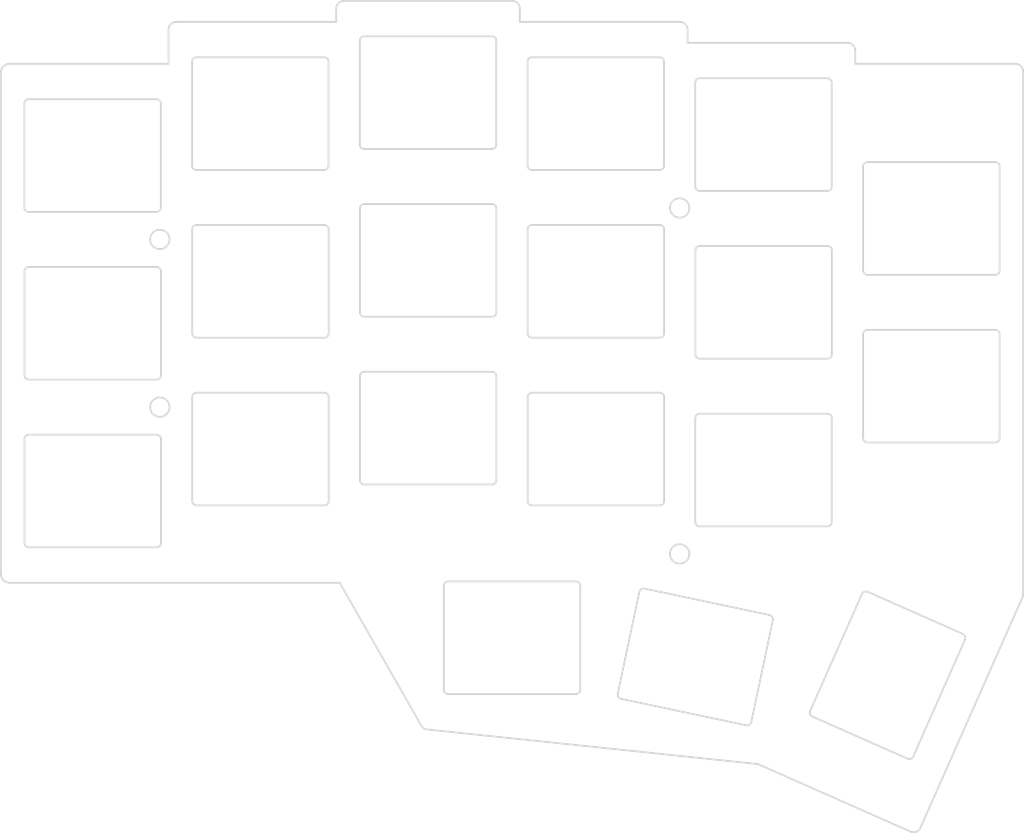
<source format=kicad_pcb>
(kicad_pcb (version 20221018) (generator pcbnew)

  (general
    (thickness 1.6)
  )

  (paper "A4")
  (title_block
    (date "2023-12-04")
  )

  (layers
    (0 "F.Cu" signal)
    (31 "B.Cu" signal)
    (32 "B.Adhes" user "B.Adhesive")
    (33 "F.Adhes" user "F.Adhesive")
    (34 "B.Paste" user)
    (35 "F.Paste" user)
    (36 "B.SilkS" user "B.Silkscreen")
    (37 "F.SilkS" user "F.Silkscreen")
    (38 "B.Mask" user)
    (39 "F.Mask" user)
    (40 "Dwgs.User" user "User.Drawings")
    (41 "Cmts.User" user "User.Comments")
    (42 "Eco1.User" user "User.Eco1")
    (43 "Eco2.User" user "User.Eco2")
    (44 "Edge.Cuts" user)
    (45 "Margin" user)
    (46 "B.CrtYd" user "B.Courtyard")
    (47 "F.CrtYd" user "F.Courtyard")
    (48 "B.Fab" user)
    (49 "F.Fab" user)
  )

  (setup
    (pad_to_mask_clearance 0.2)
    (aux_axis_origin 174 65.7)
    (grid_origin -101.328346 -17.170632)
    (pcbplotparams
      (layerselection 0x00010f0_ffffffff)
      (plot_on_all_layers_selection 0x0000000_00000000)
      (disableapertmacros false)
      (usegerberextensions true)
      (usegerberattributes false)
      (usegerberadvancedattributes false)
      (creategerberjobfile false)
      (dashed_line_dash_ratio 12.000000)
      (dashed_line_gap_ratio 3.000000)
      (svgprecision 6)
      (plotframeref false)
      (viasonmask false)
      (mode 1)
      (useauxorigin false)
      (hpglpennumber 1)
      (hpglpenspeed 20)
      (hpglpendiameter 15.000000)
      (dxfpolygonmode true)
      (dxfimperialunits true)
      (dxfusepcbnewfont true)
      (psnegative false)
      (psa4output false)
      (plotreference true)
      (plotvalue true)
      (plotinvisibletext false)
      (sketchpadsonfab false)
      (subtractmaskfromsilk false)
      (outputformat 1)
      (mirror false)
      (drillshape 0)
      (scaleselection 1)
      (outputdirectory "../../../../../../../Desktop/2020-08-15/jlcpcb/corne-top/")
    )
  )

  (net 0 "")

  (gr_curve (pts (xy -23.647391 -19.346015) (xy -23.566161 -19.277964) (xy -23.485437 -19.186319) (xy -23.426646 -19.073115))
    (stroke (width 0.2) (type solid)) (layer "Edge.Cuts") (tstamp 013138bd-a07b-4f69-b925-a06615e90efc))
  (gr_arc (start -83.637454 1.142234) (mid -83.283901 1.288681) (end -83.137454 1.642234)
    (stroke (width 0.2) (type solid)) (layer "Edge.Cuts") (tstamp 02e7c0fd-cfb6-4021-b8c1-39e47fd32379))
  (gr_arc (start -22.437454 13.548484) (mid -22.291007 13.194931) (end -21.937454 13.048484)
    (stroke (width 0.2) (type solid)) (layer "Edge.Cuts") (tstamp 03fcdc9a-5cd8-4bc8-976b-0fd58a6ade60))
  (gr_curve (pts (xy -23.937766 -19.506396) (xy -23.831657 -19.473167) (xy -23.735679 -19.419979) (xy -23.647391 -19.346015))
    (stroke (width 0.2) (type solid)) (layer "Edge.Cuts") (tstamp 04bcc68e-e060-4271-ac03-283919510c2a))
  (gr_arc (start -28.188394 56.97933) (mid -28.452396 56.702294) (end -28.44318 56.319722)
    (stroke (width 0.2) (type solid)) (layer "Edge.Cuts") (tstamp 056230b1-112d-43fc-b72e-2f85cec4297b))
  (gr_arc (start -98.653346 -17.408004) (mid -98.506899 -17.761557) (end -98.153346 -17.908004)
    (stroke (width 0.2) (type solid)) (layer "Edge.Cuts") (tstamp 067a2c16-01a7-456b-a946-5d6718f8e1b1))
  (gr_arc (start -64.587454 17.810984) (mid -64.233901 17.957431) (end -64.087454 18.310984)
    (stroke (width 0.2) (type solid)) (layer "Edge.Cuts") (tstamp 06a99aab-e947-49ed-b16c-edd41830b0df))
  (gr_arc (start -21.937454 25.848484) (mid -22.291007 25.702037) (end -22.437454 25.348484)
    (stroke (width 0.2) (type solid)) (layer "Edge.Cuts") (tstamp 08f939e2-f71d-4a4e-85c8-db2ff3db3233))
  (gr_arc (start -70.062515 42.123363) (mid -69.916068 41.76981) (end -69.562515 41.623363)
    (stroke (width 0.2) (type solid)) (layer "Edge.Cuts") (tstamp 09568c7e-fb8a-4628-bf25-07df5f3f5b32))
  (gr_arc (start -83.653346 -17.908004) (mid -83.299792 -17.761558) (end -83.153346 -17.408004)
    (stroke (width 0.2) (type solid)) (layer "Edge.Cuts") (tstamp 09a103d2-1836-43ab-b420-2c0e62b74739))
  (gr_curve (pts (xy -72.494656 58.173713) (xy -72.558918 58.099914) (xy -72.603066 58.022656) (xy -72.644369 57.950377))
    (stroke (width 0.2) (type solid)) (layer "Edge.Cuts") (tstamp 09c7571e-35d0-48f0-a217-046e03ddf301))
  (gr_line (start -45.053346 -17.409461) (end -45.053346 -5.609461)
    (stroke (width 0.2) (type solid)) (layer "Edge.Cuts") (tstamp 0aaaf485-725b-47cf-81a8-05a2e85c6b81))
  (gr_line (start -22.437454 13.548484) (end -22.437454 25.348484)
    (stroke (width 0.2) (type solid)) (layer "Edge.Cuts") (tstamp 0b2bfff8-9ca9-464c-89ec-714dc074cfc8))
  (gr_line (start -34.384336 62.369967) (end -17.186286 69.984068)
    (stroke (width 0.2) (type solid)) (layer "Edge.Cuts") (tstamp 0d5a3348-b007-4389-bf4f-3fe9bb6443b8))
  (gr_line (start -41.503346 -3.225) (end -41.503346 -15.025)
    (stroke (width 0.2) (type solid)) (layer "Edge.Cuts") (tstamp 0dc2bcb1-ecc3-4685-a1c0-7297c2d09c53))
  (gr_line (start -82.278346 -23.314276) (end -82.278346 -21.933004)
    (stroke (width 0.2) (type solid)) (layer "Edge.Cuts") (tstamp 10822e78-c8fc-49a7-a73e-74c490716b1c))
  (gr_line (start -102.687457 37.754739) (end -117.187457 37.754739)
    (stroke (width 0.2) (type solid)) (layer "Edge.Cuts") (tstamp 1293b62b-05e5-423d-917b-5aed1ac1e22e))
  (gr_line (start -79.087454 -1.239016) (end -64.587454 -1.239016)
    (stroke (width 0.2) (type solid)) (layer "Edge.Cuts") (tstamp 1523b017-c278-40af-ab44-f4ee6b3b5d70))
  (gr_line (start -16.73892 61.501449) (end -10.868995 48.242716)
    (stroke (width 0.2) (type solid)) (layer "Edge.Cuts") (tstamp 15625772-70d9-4e1f-8009-d6940603096d))
  (gr_line (start -43.378346 -21.934461) (end -61.428346 -21.934461)
    (stroke (width 0.2) (type solid)) (layer "Edge.Cuts") (tstamp 1607ff18-5569-4449-8ede-9ae022fc5dd0))
  (gr_line (start -71.880134 58.448814) (end -34.384336 62.369967)
    (stroke (width 0.2) (type solid)) (layer "Edge.Cuts") (tstamp 169a1c12-ba0e-4231-aaf2-03eba4a50a04))
  (gr_line (start -98.653346 -17.408004) (end -98.653346 -5.608004)
    (stroke (width 0.2) (type solid)) (layer "Edge.Cuts") (tstamp 173d49c8-f534-4d98-8e5e-8fd527b2b413))
  (gr_arc (start -25.988504 15.824005) (mid -26.134951 16.177558) (end -26.488504 16.324005)
    (stroke (width 0.2) (type solid)) (layer "Edge.Cuts") (tstamp 17be72a4-e246-411b-8da7-4c602982c2c4))
  (gr_line (start -28.188394 56.97933) (end -17.398529 61.756235)
    (stroke (width 0.2) (type solid)) (layer "Edge.Cuts") (tstamp 19f67bbd-5a5e-4e60-8fa5-b195440f68ef))
  (gr_arc (start -11.123781 47.583108) (mid -10.859779 47.860144) (end -10.868995 48.242716)
    (stroke (width 0.2) (type solid)) (layer "Edge.Cuts") (tstamp 1af49013-c5c9-475a-82df-d56e03e56c7c))
  (gr_arc (start -60.540218 1.636757) (mid -60.393771 1.283204) (end -60.040218 1.136757)
    (stroke (width 0.2) (type solid)) (layer "Edge.Cuts") (tstamp 1b52de19-a23f-4490-b9ed-ef965eb3cdce))
  (gr_line (start -79.087454 17.810984) (end -64.587454 17.810984)
    (stroke (width 0.2) (type solid)) (layer "Edge.Cuts") (tstamp 1e02d2e2-c7f9-4d06-881e-5ddf722ad642))
  (gr_curve (pts (xy -23.342835 -18.814915) (xy -23.328346 -18.722579) (xy -23.328346 -18.634824) (xy -23.328346 -18.55))
    (stroke (width 0.2) (type solid)) (layer "Edge.Cuts") (tstamp 1eb7f74c-17c7-47d4-ae27-66bc46eb2421))
  (gr_line (start -23.328346 -17.16875) (end -23.328346 -18.55)
    (stroke (width 0.2) (type solid)) (layer "Edge.Cuts") (tstamp 1eef421e-0070-4420-87c3-bba1ac182f7e))
  (gr_line (start -102.187456 18.204736) (end -102.187456 6.404736)
    (stroke (width 0.2) (type solid)) (layer "Edge.Cuts") (tstamp 20d3688a-e5c4-4062-8854-3f2d773db0f9))
  (gr_line (start -60.553346 -5.609461) (end -60.553346 -17.409461)
    (stroke (width 0.2) (type solid)) (layer "Edge.Cuts") (tstamp 22516739-d63f-46ba-8190-6de10405b871))
  (gr_line (start -98.637456 32.492236) (end -98.637456 20.692236)
    (stroke (width 0.2) (type solid)) (layer "Edge.Cuts") (tstamp 23496b14-5e0a-4d1b-969a-cb0db4780caa))
  (gr_curve (pts (xy -100.851461 -21.834704) (xy -100.758397 -21.883036) (xy -100.670244 -21.906435) (xy -100.593261 -21.918515))
    (stroke (width 0.2) (type solid)) (layer "Edge.Cuts") (tstamp 23534cf5-abda-48c5-9285-c12f45b3f5fd))
  (gr_circle (center -102.317454 2.779733) (end -101.217454 2.779733)
    (stroke (width 0.2) (type solid)) (fill none) (layer "Edge.Cuts") (tstamp 24ae897b-56fb-435d-9c6e-fd64c6b2f88d))
  (gr_arc (start -102.187457 37.254739) (mid -102.333904 37.608292) (end -102.687457 37.754739)
    (stroke (width 0.2) (type solid)) (layer "Edge.Cuts") (tstamp 25e953df-faf0-4136-8063-9d200147f8c1))
  (gr_arc (start -102.687456 5.904736) (mid -102.333903 6.051183) (end -102.187456 6.404736)
    (stroke (width 0.2) (type solid)) (layer "Edge.Cuts") (tstamp 28b7e113-994a-4cfb-8463-8b149e19f22a))
  (gr_line (start -45.037515 32.492232) (end -45.037515 20.692232)
    (stroke (width 0.2) (type solid)) (layer "Edge.Cuts") (tstamp 2b233c9d-9ef8-4611-9a17-cd2cca59be45))
  (gr_line (start -83.137456 20.692236) (end -83.137456 32.492236)
    (stroke (width 0.2) (type solid)) (layer "Edge.Cuts") (tstamp 2e20694e-1cfb-43a7-b4c8-21f56027b725))
  (gr_curve (pts (xy -16.938184 70.078065) (xy -17.02848 70.053933) (xy -17.108723 70.018407) (xy -17.186286 69.984068))
    (stroke (width 0.2) (type solid)) (layer "Edge.Cuts") (tstamp 2ec641cd-5eb9-498c-951a-22b4f79c976e))
  (gr_line (start -83.153346 -5.608004) (end -83.153346 -17.408004)
    (stroke (width 0.2) (type solid)) (layer "Edge.Cuts") (tstamp 2f200841-7040-4c95-9687-7b46dccd0981))
  (gr_line (start -15.867064 69.474505) (end -4.34811 43.456521)
    (stroke (width 0.2) (type solid)) (layer "Edge.Cuts") (tstamp 2fb202ed-7517-414e-9171-e0ea0e76e12c))
  (gr_arc (start -60.037515 32.992232) (mid -60.391068 32.845785) (end -60.537515 32.492232)
    (stroke (width 0.2) (type solid)) (layer "Edge.Cuts") (tstamp 2fd1a06c-9932-4e0f-b643-5690bbf9be9b))
  (gr_arc (start -45.040218 13.436757) (mid -45.186665 13.79031) (end -45.540218 13.936757)
    (stroke (width 0.2) (type solid)) (layer "Edge.Cuts") (tstamp 30d98085-100e-4f2b-803e-4a99a99c0fe7))
  (gr_line (start -60.037515 32.992232) (end -45.537515 32.992232)
    (stroke (width 0.2) (type solid)) (layer "Edge.Cuts") (tstamp 30ee27a1-5aed-4aa0-901f-e3e51c177ef8))
  (gr_line (start -60.053346 -17.909461) (end -45.553346 -17.909461)
    (stroke (width 0.2) (type solid)) (layer "Edge.Cuts") (tstamp 3276e9aa-5e7b-49cb-a8e0-2a9e17420fc3))
  (gr_line (start -119.370401 -17.170521) (end -101.328346 -17.170632)
    (stroke (width 0.2) (type solid)) (layer "Edge.Cuts") (tstamp 33420ade-a4ed-409b-ae21-ba104a298331))
  (gr_curve (pts (xy -4.581548 -16.964765) (xy -4.500318 -16.896714) (xy -4.419594 -16.805069) (xy -4.360803 -16.691865))
    (stroke (width 0.2) (type solid)) (layer "Edge.Cuts") (tstamp 343c81f6-bdeb-4bec-af6d-917a1a19d59c))
  (gr_line (start -117.187456 18.704736) (end -102.687456 18.704736)
    (stroke (width 0.2) (type solid)) (layer "Edge.Cuts") (tstamp 346c9980-5fc8-40af-9ef7-499fb4483ef5))
  (gr_curve (pts (xy -42.392835 -21.199376) (xy -42.378346 -21.10704) (xy -42.378346 -21.019285) (xy -42.378346 -20.934461))
    (stroke (width 0.2) (type solid)) (layer "Edge.Cuts") (tstamp 35a78bbe-38d7-4dab-85e3-c7aef4901f08))
  (gr_arc (start -54.562515 53.923363) (mid -54.708962 54.276916) (end -55.062515 54.423363)
    (stroke (width 0.2) (type solid)) (layer "Edge.Cuts") (tstamp 36bfcef6-153f-4114-8546-d48ff502e92b))
  (gr_line (start -42.378346 -19.55) (end -42.378346 -20.934461)
    (stroke (width 0.2) (type solid)) (layer "Edge.Cuts") (tstamp 36d83389-91a9-4ee1-a524-e5fba7332450))
  (gr_line (start -102.687456 5.904736) (end -117.187456 5.904736)
    (stroke (width 0.2) (type solid)) (layer "Edge.Cuts") (tstamp 37f5307c-d151-4f7b-b9ed-a84b5a4d3a45))
  (gr_arc (start -117.687457 25.454739) (mid -117.54101 25.101186) (end -117.187457 24.954739)
    (stroke (width 0.2) (type solid)) (layer "Edge.Cuts") (tstamp 3893d005-9a0a-445a-be16-a23e877bdb74))
  (gr_curve (pts (xy -101.284742 -21.323584) (xy -101.251513 -21.429692) (xy -101.198325 -21.52567) (xy -101.124361 -21.613959))
    (stroke (width 0.2) (type solid)) (layer "Edge.Cuts") (tstamp 38ab811d-d23d-4bfc-8d44-7516983b502c))
  (gr_curve (pts (xy -4.360803 -16.691865) (xy -4.312471 -16.598801) (xy -4.289072 -16.510648) (xy -4.276992 -16.433665))
    (stroke (width 0.2) (type solid)) (layer "Edge.Cuts") (tstamp 3969b5ca-dbba-4f86-8bca-685466109488))
  (gr_line (start -117.687457 37.254739) (end -117.687457 25.454739)
    (stroke (width 0.2) (type solid)) (layer "Edge.Cuts") (tstamp 3ab2ad15-b572-4bb6-8c82-8b128c24fb6c))
  (gr_line (start -21.937454 25.848484) (end -7.437454 25.848484)
    (stroke (width 0.2) (type solid)) (layer "Edge.Cuts") (tstamp 3abcb718-86c7-4c7d-a996-ce114da0ad83))
  (gr_line (start -98.153346 -5.108004) (end -83.653346 -5.108004)
    (stroke (width 0.2) (type solid)) (layer "Edge.Cuts") (tstamp 3be770e2-6ee6-4a03-bdf2-a4449fa06ac6))
  (gr_line (start -47.267042 42.438593) (end -33.080752 45.438458)
    (stroke (width 0.2) (type solid)) (layer "Edge.Cuts") (tstamp 3f97fd70-5ebb-4c26-9f8d-076e73748171))
  (gr_line (start -26.488504 16.324005) (end -40.988504 16.324005)
    (stroke (width 0.2) (type solid)) (layer "Edge.Cuts") (tstamp 3feb727c-50e8-40a8-9cff-6edb877a8531))
  (gr_arc (start -6.937454 25.348484) (mid -7.083901 25.702037) (end -7.437454 25.848484)
    (stroke (width 0.2) (type solid)) (layer "Edge.Cuts") (tstamp 40f9875c-b20a-46ca-b50f-e2a20784703f))
  (gr_curve (pts (xy -4.262502 43.051692) (xy -4.262502 43.114725) (xy -4.262502 43.181926) (xy -4.278945 43.259681))
    (stroke (width 0.2) (type solid)) (layer "Edge.Cuts") (tstamp 4130d188-2d8b-4df6-ad71-155054346348))
  (gr_arc (start -64.103346 -7.989276) (mid -64.249792 -7.635722) (end -64.603346 -7.489276)
    (stroke (width 0.2) (type solid)) (layer "Edge.Cuts") (tstamp 42de569d-c2b8-4223-8ca8-fe70d06145eb))
  (gr_arc (start -26.003346 34.873363) (mid -26.149793 35.226916) (end -26.503346 35.373363)
    (stroke (width 0.2) (type solid)) (layer "Edge.Cuts") (tstamp 474d0979-388f-4960-bec7-f821ea35b25f))
  (gr_line (start -120.370401 -16.170521) (end -120.370397 40.779737)
    (stroke (width 0.2) (type solid)) (layer "Edge.Cuts") (tstamp 47dd6c55-a613-460e-ab12-ff2cceba39d4))
  (gr_line (start -60.540218 1.636757) (end -60.540218 13.436757)
    (stroke (width 0.2) (type solid)) (layer "Edge.Cuts") (tstamp 482c28dd-dd4c-4209-a674-89d3a4af1310))
  (gr_line (start -64.603346 -20.289276) (end -79.103346 -20.289276)
    (stroke (width 0.2) (type solid)) (layer "Edge.Cuts") (tstamp 4b99bb73-3036-4ddb-93d7-eba21111f546))
  (gr_arc (start -26.003346 -3.225) (mid -26.149792 -2.871446) (end -26.503346 -2.725)
    (stroke (width 0.2) (type solid)) (layer "Edge.Cuts") (tstamp 4d5e624d-86b3-42c6-826c-99fb94f63789))
  (gr_arc (start -22.573255 43.060989) (mid -22.296218 42.796986) (end -21.913646 42.806203)
    (stroke (width 0.2) (type solid)) (layer "Edge.Cuts") (tstamp 4d6f83a4-faa6-4e46-9315-879381ac1e71))
  (gr_circle (center -102.317454 21.829734) (end -101.217454 21.829734)
    (stroke (width 0.2) (type solid)) (fill none) (layer "Edge.Cuts") (tstamp 4e497db4-af37-4fd3-a1e1-32195f72fd13))
  (gr_arc (start -26.503346 -15.525) (mid -26.149793 -15.378553) (end -26.003346 -15.025)
    (stroke (width 0.2) (type solid)) (layer "Edge.Cuts") (tstamp 539641c6-224a-4140-a8ae-28ccf8b9474b))
  (gr_curve (pts (xy -62.428346 -24.314276) (xy -62.306843 -24.314276) (xy -62.177007 -24.314276) (xy -62.037766 -24.270672))
    (stroke (width 0.2) (type solid)) (layer "Edge.Cuts") (tstamp 54382cf9-e327-4549-bc57-a1618ceb9de3))
  (gr_curve (pts (xy -82.278346 -23.314276) (xy -82.278346 -23.435778) (xy -82.278346 -23.565614) (xy -82.234742 -23.704855))
    (stroke (width 0.2) (type solid)) (layer "Edge.Cuts") (tstamp 568bef73-a6da-4ebc-b842-79eb2c3f793c))
  (gr_arc (start -45.537515 20.192232) (mid -45.183962 20.338679) (end -45.037515 20.692232)
    (stroke (width 0.2) (type solid)) (layer "Edge.Cuts") (tstamp 57f9c6ac-873c-4b1a-8d6e-a1174b909f63))
  (gr_line (start -22.437454 -5.501516) (end -22.437454 6.298484)
    (stroke (width 0.2) (type solid)) (layer "Edge.Cuts") (tstamp 58246735-ee96-4c30-a0fe-91b35dbcac22))
  (gr_arc (start -21.937454 6.798484) (mid -22.291007 6.652037) (end -22.437454 6.298484)
    (stroke (width 0.2) (type solid)) (layer "Edge.Cuts") (tstamp 5852148a-ce4a-49e0-82ab-64631e0b3a46))
  (gr_curve (pts (xy -4.278945 43.259681) (xy -4.295387 43.337436) (xy -4.322593 43.398884) (xy -4.34811 43.456521))
    (stroke (width 0.2) (type solid)) (layer "Edge.Cuts") (tstamp 58e3f1bb-fd80-486d-9fa0-2ce94c82c01d))
  (gr_curve (pts (xy -42.697391 -21.730476) (xy -42.616161 -21.662426) (xy -42.535437 -21.57078) (xy -42.476646 -21.457576))
    (stroke (width 0.2) (type solid)) (layer "Edge.Cuts") (tstamp 58ea657f-0e78-4dec-966c-2323dab3bfc8))
  (gr_line (start -64.087454 18.310984) (end -64.087454 30.110984)
    (stroke (width 0.2) (type solid)) (layer "Edge.Cuts") (tstamp 5a45527a-15b0-476a-a245-80b40e306dc2))
  (gr_line (start -41.003346 -15.525) (end -26.503346 -15.525)
    (stroke (width 0.2) (type solid)) (layer "Edge.Cuts") (tstamp 5db91697-d3db-44eb-b437-25456573e181))
  (gr_curve (pts (xy -100.593261 -21.918515) (xy -100.500925 -21.933004) (xy -100.41317 -21.933004) (xy -100.328346 -21.933004))
    (stroke (width 0.2) (type solid)) (layer "Edge.Cuts") (tstamp 5eea7b50-c0cb-4f85-97ad-4781f1d82bba))
  (gr_line (start -26.503346 -2.725) (end -41.003346 -2.725)
    (stroke (width 0.2) (type solid)) (layer "Edge.Cuts") (tstamp 61275b08-8620-4d80-92e7-1d9fc3ac02b5))
  (gr_arc (start -60.053346 -5.109461) (mid -60.406899 -5.255908) (end -60.553346 -5.609461)
    (stroke (width 0.2) (type solid)) (layer "Edge.Cuts") (tstamp 62978957-b5d2-4281-b78d-6e90da73981d))
  (gr_arc (start -60.537515 20.692232) (mid -60.391068 20.338679) (end -60.037515 20.192232)
    (stroke (width 0.2) (type solid)) (layer "Edge.Cuts") (tstamp 62f01930-2b54-4433-8e61-f780f811cc6c))
  (gr_curve (pts (xy -16.668158 70.105955) (xy -16.772821 70.112475) (xy -16.862901 70.098184) (xy -16.938184 70.078065))
    (stroke (width 0.2) (type solid)) (layer "Edge.Cuts") (tstamp 639a303b-f59c-4d5c-96c0-e443b8693c80))
  (gr_line (start -50.300938 54.369036) (end -47.859668 42.824332)
    (stroke (width 0.2) (type solid)) (layer "Edge.Cuts") (tstamp 64feca16-e906-496b-a6b3-6f07b7543fd7))
  (gr_line (start -54.562515 42.123363) (end -54.562515 53.923363)
    (stroke (width 0.2) (type solid)) (layer "Edge.Cuts") (tstamp 65df47b4-ac1e-4bf3-81a0-3864ab3401ba))
  (gr_arc (start -83.153346 -5.608004) (mid -83.299793 -5.254451) (end -83.653346 -5.108004)
    (stroke (width 0.2) (type solid)) (layer "Edge.Cuts") (tstamp 662d38aa-ca28-44ad-b9d4-06e13439520b))
  (gr_arc (start -22.437454 -5.501516) (mid -22.291007 -5.855069) (end -21.937454 -6.001516)
    (stroke (width 0.2) (type solid)) (layer "Edge.Cuts") (tstamp 666525c4-fadf-409b-96eb-101d79fb86d5))
  (gr_line (start -64.587454 30.610984) (end -79.087454 30.610984)
    (stroke (width 0.2) (type solid)) (layer "Edge.Cuts") (tstamp 68053bfd-6dab-44ca-999d-3a115ef11776))
  (gr_curve (pts (xy -61.747391 -24.110291) (xy -61.666161 -24.04224) (xy -61.585437 -23.950595) (xy -61.526646 -23.837391))
    (stroke (width 0.2) (type solid)) (layer "Edge.Cuts") (tstamp 696d3fdd-a4d4-48d3-9e67-32cb6acc250e))
  (gr_curve (pts (xy -16.329257 70.014586) (xy -16.424365 70.061313) (xy -16.540845 70.098025) (xy -16.668158 70.105955))
    (stroke (width 0.2) (type solid)) (layer "Edge.Cuts") (tstamp 6aec57fc-9433-47e5-a07a-ee6993e1fa89))
  (gr_curve (pts (xy -101.328346 -20.933004) (xy -101.328346 -21.054507) (xy -101.328346 -21.184343) (xy -101.284742 -21.323584))
    (stroke (width 0.2) (type solid)) (layer "Edge.Cuts") (tstamp 6c649f7d-38c3-4623-816b-0b6c58a280e4))
  (gr_line (start -6.937454 25.348484) (end -6.937454 13.548484)
    (stroke (width 0.2) (type solid)) (layer "Edge.Cuts") (tstamp 6fb0ced7-acb8-4d57-923d-8701dc707959))
  (gr_arc (start -120.370401 -16.170521) (mid -120.077507 -16.877627) (end -119.370401 -17.170521)
    (stroke (width 0.2) (type solid)) (layer "Edge.Cuts") (tstamp 701c0624-d296-4a67-a025-c45bd589e357))
  (gr_curve (pts (xy -82.234742 -23.704855) (xy -82.201513 -23.810964) (xy -82.148325 -23.906942) (xy -82.074361 -23.99523))
    (stroke (width 0.2) (type solid)) (layer "Edge.Cuts") (tstamp 70a474bb-914e-4989-8f71-ae302040d55e))
  (gr_arc (start -102.687457 24.954739) (mid -102.333903 25.101185) (end -102.187457 25.454739)
    (stroke (width 0.2) (type solid)) (layer "Edge.Cuts") (tstamp 70cd3bc0-83a1-429f-857b-8161474692e5))
  (gr_line (start -7.437454 -6.001516) (end -21.937454 -6.001516)
    (stroke (width 0.2) (type solid)) (layer "Edge.Cuts") (tstamp 746268ed-d0f8-4195-8d30-a3112590a622))
  (gr_arc (start -45.037515 32.492232) (mid -45.183961 32.845786) (end -45.537515 32.992232)
    (stroke (width 0.2) (type solid)) (layer "Edge.Cuts") (tstamp 78455f69-1e84-459d-88dc-d50e3271de7b))
  (gr_arc (start -117.687456 6.404736) (mid -117.541009 6.051183) (end -117.187456 5.904736)
    (stroke (width 0.2) (type solid)) (layer "Edge.Cuts") (tstamp 7966facf-bb09-4a58-b790-24abc893a20c))
  (gr_line (start -83.637456 32.992236) (end -98.137456 32.992236)
    (stroke (width 0.2) (type solid)) (layer "Edge.Cuts") (tstamp 7ad855ac-c40c-413f-9975-cd1b5add8256))
  (gr_curve (pts (xy -43.378346 -21.934461) (xy -43.256843 -21.934461) (xy -43.127007 -21.934461) (xy -42.987766 -21.890857))
    (stroke (width 0.2) (type solid)) (layer "Edge.Cuts") (tstamp 7e853a9a-aa4e-41cd-a113-7014a6a181bb))
  (gr_line (start -41.503346 34.873363) (end -41.503346 23.073363)
    (stroke (width 0.2) (type solid)) (layer "Edge.Cuts") (tstamp 8048cc99-0e64-40d9-a83a-baadc24591e5))
  (gr_line (start -45.537515 20.192232) (end -60.037515 20.192232)
    (stroke (width 0.2) (type solid)) (layer "Edge.Cuts") (tstamp 82e146b5-0f2b-4e37-be75-911b00c273e9))
  (gr_line (start -117.703346 -12.645661) (end -117.703346 -0.845661)
    (stroke (width 0.2) (type solid)) (layer "Edge.Cuts") (tstamp 83138974-bd5f-4fcb-9f2f-db1ed3c5ae96))
  (gr_arc (start -83.137456 32.492236) (mid -83.283902 32.84579) (end -83.637456 32.992236)
    (stroke (width 0.2) (type solid)) (layer "Edge.Cuts") (tstamp 837a8ee3-1654-40ec-961c-b87717e74220))
  (gr_line (start -83.137454 13.442234) (end -83.137454 1.642234)
    (stroke (width 0.2) (type solid)) (layer "Edge.Cuts") (tstamp 86f0f05c-8e12-4147-b4aa-b6eaebc9d9be))
  (gr_line (start -98.637454 1.642234) (end -98.637454 13.442234)
    (stroke (width 0.2) (type solid)) (layer "Edge.Cuts") (tstamp 8762055e-8bfd-4613-9718-9a5fb87e81cb))
  (gr_curve (pts (xy -15.867064 69.474505) (xy -15.916252 69.585606) (xy -15.968813 69.704327) (xy -16.065053 69.813996))
    (stroke (width 0.2) (type solid)) (layer "Edge.Cuts") (tstamp 87d576c9-6e32-4384-b209-4242d617159d))
  (gr_curve (pts (xy -101.124361 -21.613959) (xy -101.05631 -21.695189) (xy -100.964665 -21.775913) (xy -100.851461 -21.834704))
    (stroke (width 0.2) (type solid)) (layer "Edge.Cuts") (tstamp 89045f02-020b-4af1-9fd4-7bce95951d05))
  (gr_line (start -98.137454 13.942234) (end -83.637454 13.942234)
    (stroke (width 0.2) (type solid)) (layer "Edge.Cuts") (tstamp 89d6c2d5-c27d-4666-8ed5-dc9cce973c2e))
  (gr_line (start -117.687456 6.404736) (end -117.687456 18.204736)
    (stroke (width 0.2) (type solid)) (layer "Edge.Cuts") (tstamp 8bb8c13c-dee7-4738-86ad-4d04b0b75668))
  (gr_line (start -35.728909 57.961528) (end -49.915199 54.961662)
    (stroke (width 0.2) (type solid)) (layer "Edge.Cuts") (tstamp 8d7421b3-e708-4e69-b721-38202ff40594))
  (gr_arc (start -102.703346 -13.145661) (mid -102.349792 -12.999215) (end -102.203346 -12.645661)
    (stroke (width 0.2) (type solid)) (layer "Edge.Cuts") (tstamp 8d91789f-c93e-43d1-9dbf-67744c029412))
  (gr_arc (start -117.187457 37.754739) (mid -117.54101 37.608292) (end -117.687457 37.254739)
    (stroke (width 0.2) (type solid)) (layer "Edge.Cuts") (tstamp 8f5cc0c1-8037-474c-95fb-9ff3480929e2))
  (gr_arc (start -45.053346 -5.609461) (mid -45.199792 -5.255907) (end -45.553346 -5.109461)
    (stroke (width 0.2) (type solid)) (layer "Edge.Cuts") (tstamp 8f993e30-c54f-44a4-b2d8-f4fa3db9f9d0))
  (gr_arc (start -64.603346 -20.289276) (mid -64.249793 -20.142829) (end -64.103346 -19.789276)
    (stroke (width 0.2) (type solid)) (layer "Edge.Cuts") (tstamp 8fce58d6-51d1-4b68-ac85-d201f9252008))
  (gr_line (start -117.203346 -0.345661) (end -102.703346 -0.345661)
    (stroke (width 0.2) (type solid)) (layer "Edge.Cuts") (tstamp 8ff56ac4-0f08-407f-aaf4-b086aa72c306))
  (gr_line (start -21.937454 6.798484) (end -7.437454 6.798484)
    (stroke (width 0.2) (type solid)) (layer "Edge.Cuts") (tstamp 9088a818-6fd5-4a55-878c-8cad0e932aab))
  (gr_arc (start -6.937454 6.298484) (mid -7.083901 6.652037) (end -7.437454 6.798484)
    (stroke (width 0.2) (type solid)) (layer "Edge.Cuts") (tstamp 914ea301-ab1f-4cef-903c-46a4c16d4d84))
  (gr_arc (start -83.137454 13.442234) (mid -83.283901 13.795787) (end -83.637454 13.942234)
    (stroke (width 0.2) (type solid)) (layer "Edge.Cuts") (tstamp 926fe270-c487-430d-9a67-6f14c0ac123f))
  (gr_circle (center -43.271782 -0.794121) (end -42.171782 -0.794121)
    (stroke (width 0.2) (type solid)) (fill none) (layer "Edge.Cuts") (tstamp 92751dc3-8e40-4226-876d-99de7e3abfea))
  (gr_line (start -40.988504 3.524005) (end -26.488504 3.524005)
    (stroke (width 0.2) (type solid)) (layer "Edge.Cuts") (tstamp 94586e0d-d47d-4cfe-b0bc-7eb9e449589f))
  (gr_arc (start -79.587454 -0.739016) (mid -79.441007 -1.092569) (end -79.087454 -1.239016)
    (stroke (width 0.2) (type solid)) (layer "Edge.Cuts") (tstamp 94a6f5a8-0576-454f-a102-fc499384a5c7))
  (gr_arc (start -60.553346 -17.409461) (mid -60.406899 -17.763014) (end -60.053346 -17.909461)
    (stroke (width 0.2) (type solid)) (layer "Edge.Cuts") (tstamp 94cad223-5e86-46db-84b7-9fd34fd31d4d))
  (gr_arc (start -41.503346 23.073363) (mid -41.356899 22.71981) (end -41.003346 22.573363)
    (stroke (width 0.2) (type solid)) (layer "Edge.Cuts") (tstamp 9516d1c0-2184-45ff-aa8d-385fee98d83f))
  (gr_arc (start -117.203346 -0.345661) (mid -117.556899 -0.492108) (end -117.703346 -0.845661)
    (stroke (width 0.2) (type solid)) (layer "Edge.Cuts") (tstamp 95cb68c6-2d64-4c7f-aaf0-ab13d368f13c))
  (gr_line (start -45.540218 1.136757) (end -60.040218 1.136757)
    (stroke (width 0.2) (type solid)) (layer "Edge.Cuts") (tstamp 95de190f-972d-485d-8551-a23c271ca0fc))
  (gr_line (start -102.203346 -0.845661) (end -102.203346 -12.645661)
    (stroke (width 0.2) (type solid)) (layer "Edge.Cuts") (tstamp 95e31646-2839-4cad-9309-a822bcc0ce1a))
  (gr_arc (start -79.603346 -19.789276) (mid -79.456899 -20.142829) (end -79.103346 -20.289276)
    (stroke (width 0.2) (type solid)) (layer "Edge.Cuts") (tstamp 964e7cef-e472-429f-9276-dfb74ab228a3))
  (gr_arc (start -79.103346 -7.489276) (mid -79.456899 -7.635723) (end -79.603346 -7.989276)
    (stroke (width 0.2) (type solid)) (layer "Edge.Cuts") (tstamp 966a1b74-e642-45cd-a915-2d957764f25d))
  (gr_arc (start -45.553346 -17.909461) (mid -45.199793 -17.763014) (end -45.053346 -17.409461)
    (stroke (width 0.2) (type solid)) (layer "Edge.Cuts") (tstamp 96e566b7-0f70-4a5e-a11a-b7dc56dc394e))
  (gr_curve (pts (xy -82.074361 -23.99523) (xy -82.00631 -24.07646) (xy -81.914665 -24.157184) (xy -81.801461 -24.215975))
    (stroke (width 0.2) (type solid)) (layer "Edge.Cuts") (tstamp 9981307f-e63c-4523-a911-d749c7369bd7))
  (gr_line (start -5.262502 -17.16875) (end -23.328346 -17.16875)
    (stroke (width 0.2) (type solid)) (layer "Edge.Cuts") (tstamp 99af9178-e239-46b3-826a-917b89a3f71c))
  (gr_arc (start -102.187456 18.204736) (mid -102.333903 18.558289) (end -102.687456 18.704736)
    (stroke (width 0.2) (type solid)) (layer "Edge.Cuts") (tstamp 9bfca4ce-358a-40df-9a0a-0974fff6b26d))
  (gr_line (start -64.103346 -7.989276) (end -64.103346 -19.789276)
    (stroke (width 0.2) (type solid)) (layer "Edge.Cuts") (tstamp 9d2039d0-2ff1-491e-868a-5097620e92d9))
  (gr_line (start -6.937454 6.298484) (end -6.937454 -5.501516)
    (stroke (width 0.2) (type solid)) (layer "Edge.Cuts") (tstamp 9e1e6aaa-36ff-4d61-a7b9-1bd27f80f557))
  (gr_arc (start -26.488504 3.524005) (mid -26.13495 3.670451) (end -25.988504 4.024005)
    (stroke (width 0.2) (type solid)) (layer "Edge.Cuts") (tstamp 9f7bc930-3abc-4452-af34-a56d2ec0b77d))
  (gr_line (start -60.040218 13.936757) (end -45.540218 13.936757)
    (stroke (width 0.2) (type solid)) (layer "Edge.Cuts") (tstamp a012b15b-6d87-4c9d-bfb4-4d74eebaf46f))
  (gr_arc (start -41.003346 35.373363) (mid -41.356899 35.226916) (end -41.503346 34.873363)
    (stroke (width 0.2) (type solid)) (layer "Edge.Cuts") (tstamp a09cd45c-5a34-4230-91ca-3c4319c8a1ae))
  (gr_line (start -26.003346 23.073363) (end -26.003346 34.873363)
    (stroke (width 0.2) (type solid)) (layer "Edge.Cuts") (tstamp a395c112-7947-4267-86e0-0031827fd93f))
  (gr_line (start -69.562515 41.623363) (end -55.062515 41.623363)
    (stroke (width 0.2) (type solid)) (layer "Edge.Cuts") (tstamp a3d5f26b-40e7-4735-b90e-145fdd50cf9d))
  (gr_line (start -45.040218 13.436757) (end -45.040218 1.636757)
    (stroke (width 0.2) (type solid)) (layer "Edge.Cuts") (tstamp a614137f-77f7-41d3-aa61-73da09a8e77b))
  (gr_line (start -102.703346 -13.145661) (end -117.203346 -13.145661)
    (stroke (width 0.2) (type solid)) (layer "Edge.Cuts") (tstamp a63af331-0ae6-40e6-aebd-f0f5ab0175f7))
  (gr_curve (pts (xy -62.037766 -24.270672) (xy -61.931657 -24.237443) (xy -61.835679 -24.184255) (xy -61.747391 -24.110291))
    (stroke (width 0.2) (type solid)) (layer "Edge.Cuts") (tstamp a6c6f6de-4896-4e27-ad8e-10c27eff51fc))
  (gr_arc (start -98.137456 32.992236) (mid -98.491009 32.845789) (end -98.637456 32.492236)
    (stroke (width 0.2) (type solid)) (layer "Edge.Cuts") (tstamp a718b7c3-c29a-468c-9276-f6663fff6000))
  (gr_arc (start -41.003346 -2.725) (mid -41.356899 -2.871447) (end -41.503346 -3.225)
    (stroke (width 0.2) (type solid)) (layer "Edge.Cuts") (tstamp a841bdf3-0400-453a-aaa4-c4456bb8d649))
  (gr_curve (pts (xy -61.526646 -23.837391) (xy -61.478314 -23.744327) (xy -61.454915 -23.656174) (xy -61.442835 -23.579191))
    (stroke (width 0.2) (type solid)) (layer "Edge.Cuts") (tstamp ab6e194f-bb4f-4427-9414-aba76bb9e4e6))
  (gr_arc (start -79.587454 18.310984) (mid -79.441007 17.957431) (end -79.087454 17.810984)
    (stroke (width 0.2) (type solid)) (layer "Edge.Cuts") (tstamp ac11b936-fdf4-4d8d-a3f1-0d0576ef01d4))
  (gr_line (start -25.988504 4.024005) (end -25.988504 15.824005)
    (stroke (width 0.2) (type solid)) (layer "Edge.Cuts") (tstamp ad4d6161-c4e3-4a1c-a727-235e5fc333aa))
  (gr_curve (pts (xy -23.426646 -19.073115) (xy -23.378314 -18.980051) (xy -23.354915 -18.891898) (xy -23.342835 -18.814915))
    (stroke (width 0.2) (type solid)) (layer "Edge.Cuts") (tstamp afa60578-e291-4ec8-ac8d-d552933ad48e))
  (gr_curve (pts (xy -71.880134 58.448814) (xy -71.995575 58.436742) (xy -72.128245 58.422868) (xy -72.26615 58.352736))
    (stroke (width 0.2) (type solid)) (layer "Edge.Cuts") (tstamp b0e58c18-07b7-4090-a93b-8daaa5bdcb58))
  (gr_curve (pts (xy -81.801461 -24.215975) (xy -81.708397 -24.264307) (xy -81.620244 -24.287706) (xy -81.543261 -24.299786))
    (stroke (width 0.2) (type solid)) (layer "Edge.Cuts") (tstamp b128eac5-0efa-4e2e-8874-9ffe0a2f3e36))
  (gr_line (start -98.137456 20.192236) (end -83.637456 20.192236)
    (stroke (width 0.2) (type solid)) (layer "Edge.Cuts") (tstamp b1f3e6d5-0308-4fd9-945f-29525287cd64))
  (gr_arc (start -98.137454 13.942234) (mid -98.491007 13.795787) (end -98.637454 13.442234)
    (stroke (width 0.2) (type solid)) (layer "Edge.Cuts") (tstamp b33b5848-31f0-4e9c-afe7-b5b2f03709bc))
  (gr_line (start -64.087454 -0.739016) (end -64.087454 11.060984)
    (stroke (width 0.2) (type solid)) (layer "Edge.Cuts") (tstamp b3e62311-ec36-4586-bd95-c8c47343b6c7))
  (gr_arc (start -35.136283 57.575789) (mid -35.352707 57.891395) (end -35.728909 57.961528)
    (stroke (width 0.2) (type solid)) (layer "Edge.Cuts") (tstamp b726126d-33fd-4045-9e12-de07104e247d))
  (gr_line (start -79.603346 -19.789276) (end -79.603346 -7.989276)
    (stroke (width 0.2) (type solid)) (layer "Edge.Cuts") (tstamp b78fe90a-abb2-4193-b908-5b36916306b0))
  (gr_line (start -60.537515 20.692232) (end -60.537515 32.492232)
    (stroke (width 0.2) (type solid)) (layer "Edge.Cuts") (tstamp b7be7a7b-8131-4e8b-a834-4949488b568b))
  (gr_line (start -117.187457 24.954739) (end -102.687457 24.954739)
    (stroke (width 0.2) (type solid)) (layer "Edge.Cuts") (tstamp b8853994-42d0-428a-98d9-e1137c94985b))
  (gr_arc (start -47.859668 42.824332) (mid -47.643244 42.508725) (end -47.267042 42.438593)
    (stroke (width 0.2) (type solid)) (layer "Edge.Cuts") (tstamp b8ab9f08-2c0f-4149-b316-7fd4418af89b))
  (gr_arc (start -83.637456 20.192236) (mid -83.283903 20.338683) (end -83.137456 20.692236)
    (stroke (width 0.2) (type solid)) (layer "Edge.Cuts") (tstamp bb620698-a281-4987-9ba1-a95aad6da518))
  (gr_curve (pts (xy -5.262502 -17.16875) (xy -5.141 -17.16875) (xy -5.011164 -17.16875) (xy -4.871923 -17.125146))
    (stroke (width 0.2) (type solid)) (layer "Edge.Cuts") (tstamp bd381829-3816-4bd7-9beb-91c24f1ca76f))
  (gr_line (start -61.428346 -21.934461) (end -61.428346 -23.314276)
    (stroke (width 0.2) (type solid)) (layer "Edge.Cuts") (tstamp bd8c4883-9a5b-4e57-a501-55b0c2574204))
  (gr_line (start -11.123781 47.583108) (end -21.913646 42.806203)
    (stroke (width 0.2) (type solid)) (layer "Edge.Cuts") (tstamp be22ca65-075c-4722-997b-c647526ccf44))
  (gr_curve (pts (xy -42.476646 -21.457576) (xy -42.428314 -21.364512) (xy -42.404915 -21.276359) (xy -42.392835 -21.199376))
    (stroke (width 0.2) (type solid)) (layer "Edge.Cuts") (tstamp be293f86-4b3a-4987-9bd5-72e14080ac3f))
  (gr_arc (start -33.080752 45.438458) (mid -32.765146 45.654882) (end -32.695014 46.031084)
    (stroke (width 0.2) (type solid)) (layer "Edge.Cuts") (tstamp beecc3a4-e8bb-408c-af31-2f017c045f05))
  (gr_line (start -32.695014 46.031084) (end -35.136283 57.575789)
    (stroke (width 0.2) (type solid)) (layer "Edge.Cuts") (tstamp bf607feb-4298-4d9c-8631-0e49faf007ad))
  (gr_line (start -83.637454 1.142234) (end -98.137454 1.142234)
    (stroke (width 0.2) (type solid)) (layer "Edge.Cuts") (tstamp c12f3938-ee1f-40cb-b653-22f56d332ded))
  (gr_arc (start -41.503346 -15.025) (mid -41.356899 -15.378553) (end -41.003346 -15.525)
    (stroke (width 0.2) (type solid)) (layer "Edge.Cuts") (tstamp c2a7f865-942c-4807-8960-dd4321c0277a))
  (gr_line (start -101.328346 -20.933004) (end -101.328346 -17.170632)
    (stroke (width 0.2) (type solid)) (layer "Edge.Cuts") (tstamp c418c5ce-0273-4992-aad4-9202a8414649))
  (gr_line (start -79.103346 -7.489276) (end -64.603346 -7.489276)
    (stroke (width 0.2) (type solid)) (layer "Edge.Cuts") (tstamp c41f4727-d80b-4c8e-ad0b-5a81e5692174))
  (gr_line (start -26.003346 -15.025) (end -26.003346 -3.225)
    (stroke (width 0.2) (type solid)) (layer "Edge.Cuts") (tstamp c5ba234d-ea71-4c86-8140-0c4cdf511579))
  (gr_curve (pts (xy -81.543261 -24.299786) (xy -81.450925 -24.314276) (xy -81.36317 -24.314276) (xy -81.278346 -24.314276))
    (stroke (width 0.2) (type solid)) (layer "Edge.Cuts") (tstamp c8458348-ed2b-42e0-a935-f4b53d39697a))
  (gr_line (start -82.278346 -21.933004) (end -100.328346 -21.933004)
    (stroke (width 0.2) (type solid)) (layer "Edge.Cuts") (tstamp c8eea5d2-e8b0-41cb-bb28-40e36378b2a3))
  (gr_arc (start -98.153346 -5.108004) (mid -98.506899 -5.254451) (end -98.653346 -5.608004)
    (stroke (width 0.2) (type solid)) (layer "Edge.Cuts") (tstamp c9f8c157-1e1a-4cf6-9537-9cd470a3feaa))
  (gr_line (start -22.573255 43.060989) (end -28.44318 56.319722)
    (stroke (width 0.2) (type solid)) (layer "Edge.Cuts") (tstamp cab498e9-af2a-492e-8f4a-f69e148f7c03))
  (gr_arc (start -41.488504 4.024005) (mid -41.342057 3.670452) (end -40.988504 3.524005)
    (stroke (width 0.2) (type solid)) (layer "Edge.Cuts") (tstamp cc797b59-61c0-45be-ab0a-9412f083d86b))
  (gr_line (start -62.428346 -24.314276) (end -81.278346 -24.314276)
    (stroke (width 0.2) (type solid)) (layer "Edge.Cuts") (tstamp cd41097f-1626-4239-a04b-3efcf436c2b0))
  (gr_arc (start -64.087454 11.060984) (mid -64.233901 11.414537) (end -64.587454 11.560984)
    (stroke (width 0.2) (type solid)) (layer "Edge.Cuts") (tstamp cf746c89-ac85-41b3-9588-ad026f16bff0))
  (gr_line (start -79.587454 30.110984) (end -79.587454 18.310984)
    (stroke (width 0.2) (type solid)) (layer "Edge.Cuts") (tstamp cfe8afc3-141e-4e9e-9b4e-420e3e047c62))
  (gr_arc (start -69.562515 54.423363) (mid -69.916068 54.276916) (end -70.062515 53.923363)
    (stroke (width 0.2) (type solid)) (layer "Edge.Cuts") (tstamp d1f1d7b4-b4e2-468a-ab94-9abbb526cdc6))
  (gr_line (start -55.062515 54.423363) (end -69.562515 54.423363)
    (stroke (width 0.2) (type solid)) (layer "Edge.Cuts") (tstamp d28769ce-d96b-41d8-8db6-381b5dbb00c9))
  (gr_circle (center -43.278346 38.498363) (end -42.178346 38.498363)
    (stroke (width 0.2) (type solid)) (fill none) (layer "Edge.Cuts") (tstamp d3c89356-ded6-4e86-b26f-82833aada74c))
  (gr_arc (start -119.370397 41.779736) (mid -120.077504 41.486843) (end -120.370397 40.779737)
    (stroke (width 0.2) (type solid)) (layer "Edge.Cuts") (tstamp d4255ff6-6b03-49b5-8950-e926e0180a05))
  (gr_arc (start -26.503346 22.573363) (mid -26.149793 22.71981) (end -26.003346 23.073363)
    (stroke (width 0.2) (type solid)) (layer "Edge.Cuts") (tstamp d80ecdd9-023c-46b5-b13b-f2a6c2399c18))
  (gr_line (start -4.262502 43.051692) (end -4.262502 -16.16875)
    (stroke (width 0.2) (type solid)) (layer "Edge.Cuts") (tstamp da9a944e-8fcb-480c-b6a0-df8ace7c21cc))
  (gr_line (start -102.187457 25.454739) (end -102.187457 37.254739)
    (stroke (width 0.2) (type solid)) (layer "Edge.Cuts") (tstamp dad0cf8d-bcd0-4e6d-b8e1-da1cac276331))
  (gr_line (start -64.587454 11.560984) (end -79.087454 11.560984)
    (stroke (width 0.2) (type solid)) (layer "Edge.Cuts") (tstamp dd527e6e-35e0-4ee4-88d2-86eb16f2b064))
  (gr_line (start -41.003346 22.573363) (end -26.503346 22.573363)
    (stroke (width 0.2) (type solid)) (layer "Edge.Cuts") (tstamp ddb69d2e-10ec-4c92-8665-3d0160725370))
  (gr_line (start -81.884744 41.779734) (end -72.644369 57.950377)
    (stroke (width 0.2) (type solid)) (layer "Edge.Cuts") (tstamp de99050e-108f-4fa6-9095-0be495577e66))
  (gr_arc (start -7.437454 13.048484) (mid -7.083901 13.194931) (end -6.937454 13.548484)
    (stroke (width 0.2) (type solid)) (layer "Edge.Cuts") (tstamp decb8601-2d9b-465d-a3d6-c7d588b63dbb))
  (gr_line (start -70.062515 53.923363) (end -70.062515 42.123363)
    (stroke (width 0.2) (type solid)) (layer "Edge.Cuts") (tstamp e06415a2-0380-4e0b-aa0a-a0334d30c56f))
  (gr_arc (start -64.087454 30.110984) (mid -64.233901 30.464537) (end -64.587454 30.610984)
    (stroke (width 0.2) (type solid)) (layer "Edge.Cuts") (tstamp e2946cd6-e30b-46ed-bd6a-8011e0815113))
  (gr_curve (pts (xy -16.065053 69.813996) (xy -16.138393 69.897569) (xy -16.225883 69.963798) (xy -16.329257 70.014586))
    (stroke (width 0.2) (type solid)) (layer "Edge.Cuts") (tstamp e2e2e58d-67ef-4de6-8540-7aced1fe8fc6))
  (gr_line (start -26.503346 35.373363) (end -41.003346 35.373363)
    (stroke (width 0.2) (type solid)) (layer "Edge.Cuts") (tstamp e54ca4a5-bf6b-4087-9a52-28d3e51b8f45))
  (gr_curve (pts (xy -42.987766 -21.890857) (xy -42.881657 -21.857629) (xy -42.785679 -21.80444) (xy -42.697391 -21.730476))
    (stroke (width 0.2) (type solid)) (layer "Edge.Cuts") (tstamp e65c90e8-c263-4a7a-9e7f-40e4911e6c54))
  (gr_line (start -41.488504 15.824005) (end -41.488504 4.024005)
    (stroke (width 0.2) (type solid)) (layer "Edge.Cuts") (tstamp eab802fa-bf9f-4045-b86f-b59f26d79294))
  (gr_line (start -24.328346 -19.55) (end -42.378346 -19.55)
    (stroke (width 0.2) (type solid)) (layer "Edge.Cuts") (tstamp ecb5fcdb-66e6-4f4e-9632-dcf874f74bef))
  (gr_arc (start -64.587454 -1.239016) (mid -64.233901 -1.092569) (end -64.087454 -0.739016)
    (stroke (width 0.2) (type solid)) (layer "Edge.Cuts") (tstamp ed761e84-9633-40be-87da-c85a7041f640))
  (gr_curve (pts (xy -4.871923 -17.125146) (xy -4.765814 -17.091917) (xy -4.669836 -17.038729) (xy -4.581548 -16.964765))
    (stroke (width 0.2) (type solid)) (layer "Edge.Cuts") (tstamp ee2eacaa-592c-45c3-8916-1e5064f54448))
  (gr_line (start -79.587454 11.060984) (end -79.587454 -0.739016)
    (stroke (width 0.2) (type solid)) (layer "Edge.Cuts") (tstamp ee45ce4a-d32f-4c03-81b6-322fa37268f1))
  (gr_arc (start -98.637456 20.692236) (mid -98.491009 20.338683) (end -98.137456 20.192236)
    (stroke (width 0.2) (type solid)) (layer "Edge.Cuts") (tstamp ee5249da-7752-46d4-a6a3-b8ce62c64189))
  (gr_arc (start -45.540218 1.136757) (mid -45.186665 1.283204) (end -45.040218 1.636757)
    (stroke (width 0.2) (type solid)) (layer "Edge.Cuts") (tstamp ef274c64-d9ef-4253-a554-aadcf68efd2b))
  (gr_arc (start -7.437454 -6.001516) (mid -7.083901 -5.855069) (end -6.937454 -5.501516)
    (stroke (width 0.2) (type solid)) (layer "Edge.Cuts") (tstamp f1279de7-b370-468e-94f1-e1e3c15621f2))
  (gr_arc (start -98.637454 1.642234) (mid -98.491007 1.288681) (end -98.137454 1.142234)
    (stroke (width 0.2) (type solid)) (layer "Edge.Cuts") (tstamp f29f4000-a3f6-4298-9c1b-3f456767869f))
  (gr_arc (start -55.062515 41.623363) (mid -54.708962 41.76981) (end -54.562515 42.123363)
    (stroke (width 0.2) (type solid)) (layer "Edge.Cuts") (tstamp f2f747bd-ac95-40d9-99d8-02771533c7fc))
  (gr_curve (pts (xy -72.26615 58.352736) (xy -72.332835 58.318823) (xy -72.414574 58.265679) (xy -72.494656 58.173713))
    (stroke (width 0.2) (type solid)) (layer "Edge.Cuts") (tstamp f3316d58-9831-4455-9d4b-50f8415987f3))
  (gr_arc (start -117.703346 -12.645661) (mid -117.556899 -12.999214) (end -117.203346 -13.145661)
    (stroke (width 0.2) (type solid)) (layer "Edge.Cuts") (tstamp f341300b-75d7-498e-8301-4adf2e0ab79d))
  (gr_arc (start -79.087454 11.560984) (mid -79.441007 11.414537) (end -79.587454 11.060984)
    (stroke (width 0.2) (type solid)) (layer "Edge.Cuts") (tstamp f4ff78af-4dda-49b9-a14c-2e6c179a5a10))
  (gr_arc (start -49.915199 54.961662) (mid -50.230805 54.745238) (end -50.300938 54.369036)
    (stroke (width 0.2) (type solid)) (layer "Edge.Cuts") (tstamp f546a060-c627-4aad-ae37-809c7124fee1))
  (gr_arc (start -117.187456 18.704736) (mid -117.541009 18.558289) (end -117.687456 18.204736)
    (stroke (width 0.2) (type solid)) (layer "Edge.Cuts") (tstamp f59c9c64-1f9a-46fa-9110-05e7cc5ef7cb))
  (gr_arc (start -16.73892 61.501449) (mid -17.015957 61.765451) (end -17.398529 61.756235)
    (stroke (width 0.2) (type solid)) (layer "Edge.Cuts") (tstamp f7f8d8db-bfff-45f0-9cec-f56e312bd937))
  (gr_arc (start -102.203346 -0.845661) (mid -102.349793 -0.492108) (end -102.703346 -0.345661)
    (stroke (width 0.2) (type solid)) (layer "Edge.Cuts") (tstamp f8da18f6-b5c8-4b68-8b46-d8a5ee955729))
  (gr_arc (start -40.988504 16.324005) (mid -41.342057 16.177558) (end -41.488504 15.824005)
    (stroke (width 0.2) (type solid)) (layer "Edge.Cuts") (tstamp f95bb291-5cfe-445d-b4d7-167f183a6be5))
  (gr_line (start -45.553346 -5.109461) (end -60.053346 -5.109461)
    (stroke (width 0.2) (type solid)) (layer "Edge.Cuts") (tstamp f9e508db-67c9-4ecb-a719-c0bc3f1a5d44))
  (gr_curve (pts (xy -4.276992 -16.433665) (xy -4.262502 -16.341329) (xy -4.262502 -16.253574) (xy -4.262502 -16.16875))
    (stroke (width 0.2) (type solid)) (layer "Edge.Cuts") (tstamp fb798b69-692b-4b5c-a564-f76eae7f55a0))
  (gr_line (start -7.437454 13.048484) (end -21.937454 13.048484)
    (stroke (width 0.2) (type solid)) (layer "Edge.Cuts") (tstamp fbad52c9-e7cf-4461-b12c-56b592793959))
  (gr_arc (start -79.087454 30.610984) (mid -79.441007 30.464537) (end -79.587454 30.110984)
    (stroke (width 0.2) (type solid)) (layer "Edge.Cuts") (tstamp fbec3bb9-a289-406f-aad2-39a1396c04eb))
  (gr_line (start -83.653346 -17.908004) (end -98.153346 -17.908004)
    (stroke (width 0.2) (type solid)) (layer "Edge.Cuts") (tstamp fc17ed31-9ec6-4faf-90f2-b40f87b28ec0))
  (gr_curve (pts (xy -24.328346 -19.55) (xy -24.206843 -19.55) (xy -24.077007 -19.55) (xy -23.937766 -19.506396))
    (stroke (width 0.2) (type solid)) (layer "Edge.Cuts") (tstamp fd7b2a4a-9a40-4e51-9793-94c763896315))
  (gr_arc (start -60.040218 13.936757) (mid -60.393771 13.79031) (end -60.540218 13.436757)
    (stroke (width 0.2) (type solid)) (layer "Edge.Cuts") (tstamp ff61c56f-aeba-42c5-a40e-aadf8fb16549))
  (gr_curve (pts (xy -61.442835 -23.579191) (xy -61.428346 -23.486855) (xy -61.428346 -23.3991) (xy -61.428346 -23.314276))
    (stroke (width 0.2) (type solid)) (layer "Edge.Cuts") (tstamp ff648719-c9a4-406e-a919-791c49c5ca03))
  (gr_line (start -119.370397 41.779736) (end -81.884744 41.779734)
    (stroke (width 0.2) (type solid)) (layer "Edge.Cuts") (tstamp ffd8b8d0-5f38-487c-8437-874f415f7256))

)

</source>
